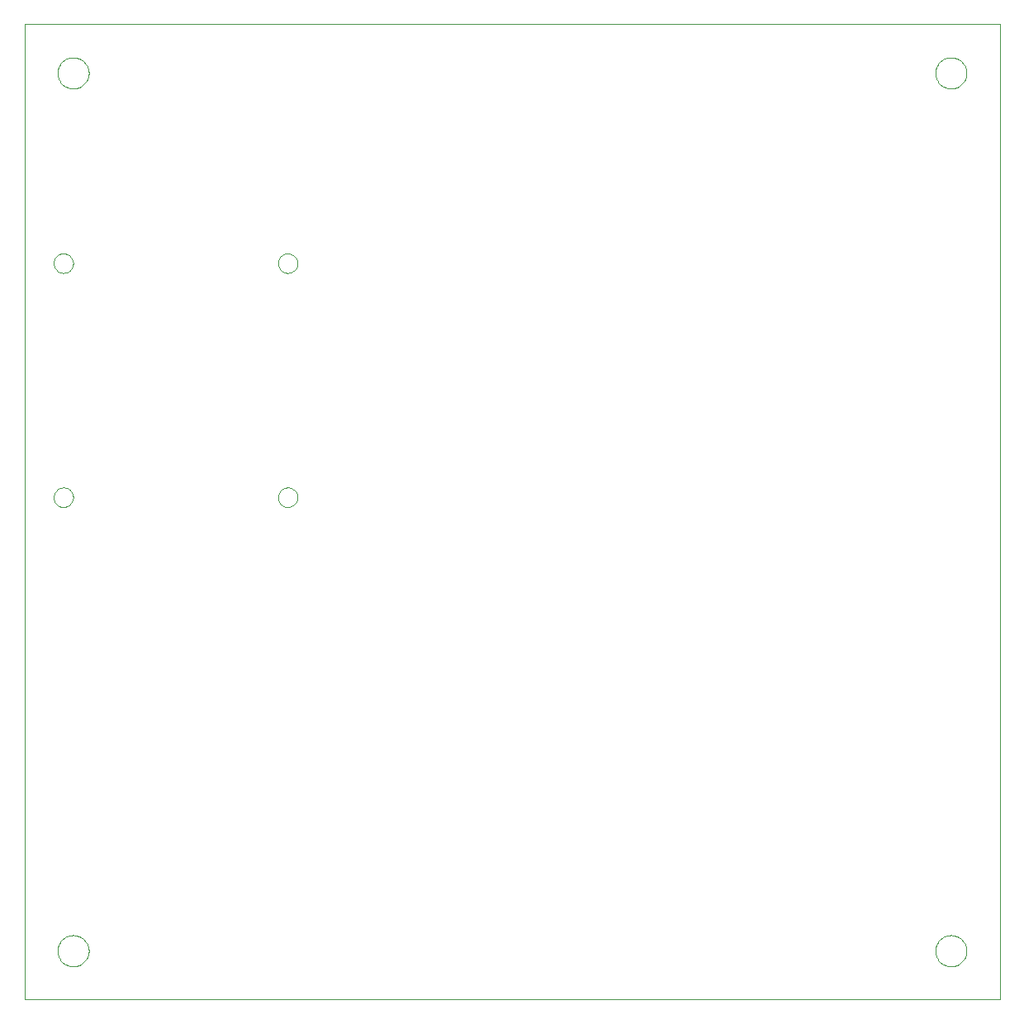
<source format=gm1>
G75*
G70*
%OFA0B0*%
%FSLAX24Y24*%
%IPPOS*%
%LPD*%
%AMOC8*
5,1,8,0,0,1.08239X$1,22.5*
%
%ADD10C,0.0000*%
D10*
X000500Y000500D02*
X000500Y039870D01*
X039870Y039870D01*
X039870Y000500D01*
X000500Y000500D01*
X001839Y002469D02*
X001841Y002519D01*
X001847Y002569D01*
X001857Y002618D01*
X001871Y002666D01*
X001888Y002713D01*
X001909Y002758D01*
X001934Y002802D01*
X001962Y002843D01*
X001994Y002882D01*
X002028Y002919D01*
X002065Y002953D01*
X002105Y002983D01*
X002147Y003010D01*
X002191Y003034D01*
X002237Y003055D01*
X002284Y003071D01*
X002332Y003084D01*
X002382Y003093D01*
X002431Y003098D01*
X002482Y003099D01*
X002532Y003096D01*
X002581Y003089D01*
X002630Y003078D01*
X002678Y003063D01*
X002724Y003045D01*
X002769Y003023D01*
X002812Y002997D01*
X002853Y002968D01*
X002892Y002936D01*
X002928Y002901D01*
X002960Y002863D01*
X002990Y002823D01*
X003017Y002780D01*
X003040Y002736D01*
X003059Y002690D01*
X003075Y002642D01*
X003087Y002593D01*
X003095Y002544D01*
X003099Y002494D01*
X003099Y002444D01*
X003095Y002394D01*
X003087Y002345D01*
X003075Y002296D01*
X003059Y002248D01*
X003040Y002202D01*
X003017Y002158D01*
X002990Y002115D01*
X002960Y002075D01*
X002928Y002037D01*
X002892Y002002D01*
X002853Y001970D01*
X002812Y001941D01*
X002769Y001915D01*
X002724Y001893D01*
X002678Y001875D01*
X002630Y001860D01*
X002581Y001849D01*
X002532Y001842D01*
X002482Y001839D01*
X002431Y001840D01*
X002382Y001845D01*
X002332Y001854D01*
X002284Y001867D01*
X002237Y001883D01*
X002191Y001904D01*
X002147Y001928D01*
X002105Y001955D01*
X002065Y001985D01*
X002028Y002019D01*
X001994Y002056D01*
X001962Y002095D01*
X001934Y002136D01*
X001909Y002180D01*
X001888Y002225D01*
X001871Y002272D01*
X001857Y002320D01*
X001847Y002369D01*
X001841Y002419D01*
X001839Y002469D01*
X001681Y020776D02*
X001683Y020815D01*
X001689Y020854D01*
X001699Y020892D01*
X001712Y020929D01*
X001729Y020964D01*
X001749Y020998D01*
X001773Y021029D01*
X001800Y021058D01*
X001829Y021084D01*
X001861Y021107D01*
X001895Y021127D01*
X001931Y021143D01*
X001968Y021155D01*
X002007Y021164D01*
X002046Y021169D01*
X002085Y021170D01*
X002124Y021167D01*
X002163Y021160D01*
X002200Y021149D01*
X002237Y021135D01*
X002272Y021117D01*
X002305Y021096D01*
X002336Y021071D01*
X002364Y021044D01*
X002389Y021014D01*
X002411Y020981D01*
X002430Y020947D01*
X002445Y020911D01*
X002457Y020873D01*
X002465Y020835D01*
X002469Y020796D01*
X002469Y020756D01*
X002465Y020717D01*
X002457Y020679D01*
X002445Y020641D01*
X002430Y020605D01*
X002411Y020571D01*
X002389Y020538D01*
X002364Y020508D01*
X002336Y020481D01*
X002305Y020456D01*
X002272Y020435D01*
X002237Y020417D01*
X002200Y020403D01*
X002163Y020392D01*
X002124Y020385D01*
X002085Y020382D01*
X002046Y020383D01*
X002007Y020388D01*
X001968Y020397D01*
X001931Y020409D01*
X001895Y020425D01*
X001861Y020445D01*
X001829Y020468D01*
X001800Y020494D01*
X001773Y020523D01*
X001749Y020554D01*
X001729Y020588D01*
X001712Y020623D01*
X001699Y020660D01*
X001689Y020698D01*
X001683Y020737D01*
X001681Y020776D01*
X010736Y020776D02*
X010738Y020815D01*
X010744Y020854D01*
X010754Y020892D01*
X010767Y020929D01*
X010784Y020964D01*
X010804Y020998D01*
X010828Y021029D01*
X010855Y021058D01*
X010884Y021084D01*
X010916Y021107D01*
X010950Y021127D01*
X010986Y021143D01*
X011023Y021155D01*
X011062Y021164D01*
X011101Y021169D01*
X011140Y021170D01*
X011179Y021167D01*
X011218Y021160D01*
X011255Y021149D01*
X011292Y021135D01*
X011327Y021117D01*
X011360Y021096D01*
X011391Y021071D01*
X011419Y021044D01*
X011444Y021014D01*
X011466Y020981D01*
X011485Y020947D01*
X011500Y020911D01*
X011512Y020873D01*
X011520Y020835D01*
X011524Y020796D01*
X011524Y020756D01*
X011520Y020717D01*
X011512Y020679D01*
X011500Y020641D01*
X011485Y020605D01*
X011466Y020571D01*
X011444Y020538D01*
X011419Y020508D01*
X011391Y020481D01*
X011360Y020456D01*
X011327Y020435D01*
X011292Y020417D01*
X011255Y020403D01*
X011218Y020392D01*
X011179Y020385D01*
X011140Y020382D01*
X011101Y020383D01*
X011062Y020388D01*
X011023Y020397D01*
X010986Y020409D01*
X010950Y020425D01*
X010916Y020445D01*
X010884Y020468D01*
X010855Y020494D01*
X010828Y020523D01*
X010804Y020554D01*
X010784Y020588D01*
X010767Y020623D01*
X010754Y020660D01*
X010744Y020698D01*
X010738Y020737D01*
X010736Y020776D01*
X010736Y030224D02*
X010738Y030263D01*
X010744Y030302D01*
X010754Y030340D01*
X010767Y030377D01*
X010784Y030412D01*
X010804Y030446D01*
X010828Y030477D01*
X010855Y030506D01*
X010884Y030532D01*
X010916Y030555D01*
X010950Y030575D01*
X010986Y030591D01*
X011023Y030603D01*
X011062Y030612D01*
X011101Y030617D01*
X011140Y030618D01*
X011179Y030615D01*
X011218Y030608D01*
X011255Y030597D01*
X011292Y030583D01*
X011327Y030565D01*
X011360Y030544D01*
X011391Y030519D01*
X011419Y030492D01*
X011444Y030462D01*
X011466Y030429D01*
X011485Y030395D01*
X011500Y030359D01*
X011512Y030321D01*
X011520Y030283D01*
X011524Y030244D01*
X011524Y030204D01*
X011520Y030165D01*
X011512Y030127D01*
X011500Y030089D01*
X011485Y030053D01*
X011466Y030019D01*
X011444Y029986D01*
X011419Y029956D01*
X011391Y029929D01*
X011360Y029904D01*
X011327Y029883D01*
X011292Y029865D01*
X011255Y029851D01*
X011218Y029840D01*
X011179Y029833D01*
X011140Y029830D01*
X011101Y029831D01*
X011062Y029836D01*
X011023Y029845D01*
X010986Y029857D01*
X010950Y029873D01*
X010916Y029893D01*
X010884Y029916D01*
X010855Y029942D01*
X010828Y029971D01*
X010804Y030002D01*
X010784Y030036D01*
X010767Y030071D01*
X010754Y030108D01*
X010744Y030146D01*
X010738Y030185D01*
X010736Y030224D01*
X001839Y037902D02*
X001841Y037952D01*
X001847Y038002D01*
X001857Y038051D01*
X001871Y038099D01*
X001888Y038146D01*
X001909Y038191D01*
X001934Y038235D01*
X001962Y038276D01*
X001994Y038315D01*
X002028Y038352D01*
X002065Y038386D01*
X002105Y038416D01*
X002147Y038443D01*
X002191Y038467D01*
X002237Y038488D01*
X002284Y038504D01*
X002332Y038517D01*
X002382Y038526D01*
X002431Y038531D01*
X002482Y038532D01*
X002532Y038529D01*
X002581Y038522D01*
X002630Y038511D01*
X002678Y038496D01*
X002724Y038478D01*
X002769Y038456D01*
X002812Y038430D01*
X002853Y038401D01*
X002892Y038369D01*
X002928Y038334D01*
X002960Y038296D01*
X002990Y038256D01*
X003017Y038213D01*
X003040Y038169D01*
X003059Y038123D01*
X003075Y038075D01*
X003087Y038026D01*
X003095Y037977D01*
X003099Y037927D01*
X003099Y037877D01*
X003095Y037827D01*
X003087Y037778D01*
X003075Y037729D01*
X003059Y037681D01*
X003040Y037635D01*
X003017Y037591D01*
X002990Y037548D01*
X002960Y037508D01*
X002928Y037470D01*
X002892Y037435D01*
X002853Y037403D01*
X002812Y037374D01*
X002769Y037348D01*
X002724Y037326D01*
X002678Y037308D01*
X002630Y037293D01*
X002581Y037282D01*
X002532Y037275D01*
X002482Y037272D01*
X002431Y037273D01*
X002382Y037278D01*
X002332Y037287D01*
X002284Y037300D01*
X002237Y037316D01*
X002191Y037337D01*
X002147Y037361D01*
X002105Y037388D01*
X002065Y037418D01*
X002028Y037452D01*
X001994Y037489D01*
X001962Y037528D01*
X001934Y037569D01*
X001909Y037613D01*
X001888Y037658D01*
X001871Y037705D01*
X001857Y037753D01*
X001847Y037802D01*
X001841Y037852D01*
X001839Y037902D01*
X001681Y030224D02*
X001683Y030263D01*
X001689Y030302D01*
X001699Y030340D01*
X001712Y030377D01*
X001729Y030412D01*
X001749Y030446D01*
X001773Y030477D01*
X001800Y030506D01*
X001829Y030532D01*
X001861Y030555D01*
X001895Y030575D01*
X001931Y030591D01*
X001968Y030603D01*
X002007Y030612D01*
X002046Y030617D01*
X002085Y030618D01*
X002124Y030615D01*
X002163Y030608D01*
X002200Y030597D01*
X002237Y030583D01*
X002272Y030565D01*
X002305Y030544D01*
X002336Y030519D01*
X002364Y030492D01*
X002389Y030462D01*
X002411Y030429D01*
X002430Y030395D01*
X002445Y030359D01*
X002457Y030321D01*
X002465Y030283D01*
X002469Y030244D01*
X002469Y030204D01*
X002465Y030165D01*
X002457Y030127D01*
X002445Y030089D01*
X002430Y030053D01*
X002411Y030019D01*
X002389Y029986D01*
X002364Y029956D01*
X002336Y029929D01*
X002305Y029904D01*
X002272Y029883D01*
X002237Y029865D01*
X002200Y029851D01*
X002163Y029840D01*
X002124Y029833D01*
X002085Y029830D01*
X002046Y029831D01*
X002007Y029836D01*
X001968Y029845D01*
X001931Y029857D01*
X001895Y029873D01*
X001861Y029893D01*
X001829Y029916D01*
X001800Y029942D01*
X001773Y029971D01*
X001749Y030002D01*
X001729Y030036D01*
X001712Y030071D01*
X001699Y030108D01*
X001689Y030146D01*
X001683Y030185D01*
X001681Y030224D01*
X037272Y037902D02*
X037274Y037952D01*
X037280Y038002D01*
X037290Y038051D01*
X037304Y038099D01*
X037321Y038146D01*
X037342Y038191D01*
X037367Y038235D01*
X037395Y038276D01*
X037427Y038315D01*
X037461Y038352D01*
X037498Y038386D01*
X037538Y038416D01*
X037580Y038443D01*
X037624Y038467D01*
X037670Y038488D01*
X037717Y038504D01*
X037765Y038517D01*
X037815Y038526D01*
X037864Y038531D01*
X037915Y038532D01*
X037965Y038529D01*
X038014Y038522D01*
X038063Y038511D01*
X038111Y038496D01*
X038157Y038478D01*
X038202Y038456D01*
X038245Y038430D01*
X038286Y038401D01*
X038325Y038369D01*
X038361Y038334D01*
X038393Y038296D01*
X038423Y038256D01*
X038450Y038213D01*
X038473Y038169D01*
X038492Y038123D01*
X038508Y038075D01*
X038520Y038026D01*
X038528Y037977D01*
X038532Y037927D01*
X038532Y037877D01*
X038528Y037827D01*
X038520Y037778D01*
X038508Y037729D01*
X038492Y037681D01*
X038473Y037635D01*
X038450Y037591D01*
X038423Y037548D01*
X038393Y037508D01*
X038361Y037470D01*
X038325Y037435D01*
X038286Y037403D01*
X038245Y037374D01*
X038202Y037348D01*
X038157Y037326D01*
X038111Y037308D01*
X038063Y037293D01*
X038014Y037282D01*
X037965Y037275D01*
X037915Y037272D01*
X037864Y037273D01*
X037815Y037278D01*
X037765Y037287D01*
X037717Y037300D01*
X037670Y037316D01*
X037624Y037337D01*
X037580Y037361D01*
X037538Y037388D01*
X037498Y037418D01*
X037461Y037452D01*
X037427Y037489D01*
X037395Y037528D01*
X037367Y037569D01*
X037342Y037613D01*
X037321Y037658D01*
X037304Y037705D01*
X037290Y037753D01*
X037280Y037802D01*
X037274Y037852D01*
X037272Y037902D01*
X037272Y002469D02*
X037274Y002519D01*
X037280Y002569D01*
X037290Y002618D01*
X037304Y002666D01*
X037321Y002713D01*
X037342Y002758D01*
X037367Y002802D01*
X037395Y002843D01*
X037427Y002882D01*
X037461Y002919D01*
X037498Y002953D01*
X037538Y002983D01*
X037580Y003010D01*
X037624Y003034D01*
X037670Y003055D01*
X037717Y003071D01*
X037765Y003084D01*
X037815Y003093D01*
X037864Y003098D01*
X037915Y003099D01*
X037965Y003096D01*
X038014Y003089D01*
X038063Y003078D01*
X038111Y003063D01*
X038157Y003045D01*
X038202Y003023D01*
X038245Y002997D01*
X038286Y002968D01*
X038325Y002936D01*
X038361Y002901D01*
X038393Y002863D01*
X038423Y002823D01*
X038450Y002780D01*
X038473Y002736D01*
X038492Y002690D01*
X038508Y002642D01*
X038520Y002593D01*
X038528Y002544D01*
X038532Y002494D01*
X038532Y002444D01*
X038528Y002394D01*
X038520Y002345D01*
X038508Y002296D01*
X038492Y002248D01*
X038473Y002202D01*
X038450Y002158D01*
X038423Y002115D01*
X038393Y002075D01*
X038361Y002037D01*
X038325Y002002D01*
X038286Y001970D01*
X038245Y001941D01*
X038202Y001915D01*
X038157Y001893D01*
X038111Y001875D01*
X038063Y001860D01*
X038014Y001849D01*
X037965Y001842D01*
X037915Y001839D01*
X037864Y001840D01*
X037815Y001845D01*
X037765Y001854D01*
X037717Y001867D01*
X037670Y001883D01*
X037624Y001904D01*
X037580Y001928D01*
X037538Y001955D01*
X037498Y001985D01*
X037461Y002019D01*
X037427Y002056D01*
X037395Y002095D01*
X037367Y002136D01*
X037342Y002180D01*
X037321Y002225D01*
X037304Y002272D01*
X037290Y002320D01*
X037280Y002369D01*
X037274Y002419D01*
X037272Y002469D01*
M02*

</source>
